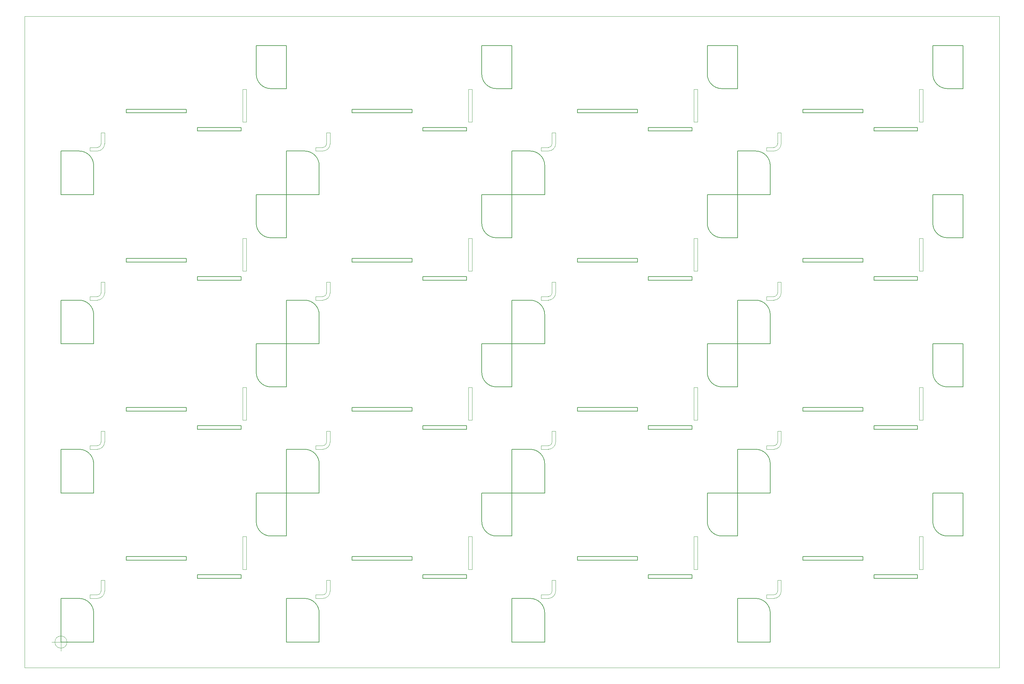
<source format=gbr>
G04 #@! TF.GenerationSoftware,KiCad,Pcbnew,(5.0.0)*
G04 #@! TF.CreationDate,2019-02-08T13:36:01+02:00*
G04 #@! TF.ProjectId,tp_x2_PnP,74705F78325F506E502E6B696361645F,3*
G04 #@! TF.SameCoordinates,Original*
G04 #@! TF.FileFunction,Profile,NP*
%FSLAX46Y46*%
G04 Gerber Fmt 4.6, Leading zero omitted, Abs format (unit mm)*
G04 Created by KiCad (PCBNEW (5.0.0)) date 02/08/19 13:36:01*
%MOMM*%
%LPD*%
G01*
G04 APERTURE LIST*
%ADD10C,0.100000*%
%ADD11C,0.200000*%
G04 APERTURE END LIST*
D10*
X131000000Y-191000000D02*
X130000000Y-191000000D01*
X131000000Y-182000000D02*
X131000000Y-191000000D01*
X130000000Y-191000000D02*
X130000000Y-182000000D01*
X130000000Y-182000000D02*
X131000000Y-182000000D01*
X192000000Y-191000000D02*
X192000000Y-182000000D01*
X193000000Y-191000000D02*
X192000000Y-191000000D01*
X193000000Y-182000000D02*
X193000000Y-191000000D01*
X192000000Y-182000000D02*
X193000000Y-182000000D01*
X254000000Y-191000000D02*
X254000000Y-182000000D01*
X255000000Y-191000000D02*
X254000000Y-191000000D01*
X255000000Y-182000000D02*
X255000000Y-191000000D01*
X254000000Y-182000000D02*
X255000000Y-182000000D01*
X316000000Y-191000000D02*
X316000000Y-182000000D01*
X316000000Y-182000000D02*
X317000000Y-182000000D01*
X317000000Y-191000000D02*
X316000000Y-191000000D01*
X317000000Y-182000000D02*
X317000000Y-191000000D01*
X316000000Y-150000000D02*
X316000000Y-141000000D01*
X317000000Y-141000000D02*
X317000000Y-150000000D01*
X317000000Y-150000000D02*
X316000000Y-150000000D01*
X316000000Y-141000000D02*
X317000000Y-141000000D01*
X255000000Y-150000000D02*
X254000000Y-150000000D01*
X254000000Y-141000000D02*
X255000000Y-141000000D01*
X255000000Y-141000000D02*
X255000000Y-150000000D01*
X254000000Y-150000000D02*
X254000000Y-141000000D01*
X193000000Y-150000000D02*
X192000000Y-150000000D01*
X192000000Y-141000000D02*
X193000000Y-141000000D01*
X193000000Y-141000000D02*
X193000000Y-150000000D01*
X192000000Y-150000000D02*
X192000000Y-141000000D01*
X130000000Y-141000000D02*
X131000000Y-141000000D01*
X131000000Y-150000000D02*
X130000000Y-150000000D01*
X131000000Y-141000000D02*
X131000000Y-150000000D01*
X130000000Y-150000000D02*
X130000000Y-141000000D01*
X130000000Y-100000000D02*
X131000000Y-100000000D01*
X131000000Y-100000000D02*
X131000000Y-109000000D01*
X130000000Y-109000000D02*
X130000000Y-100000000D01*
X131000000Y-109000000D02*
X130000000Y-109000000D01*
X193000000Y-100000000D02*
X193000000Y-109000000D01*
X192000000Y-100000000D02*
X193000000Y-100000000D01*
X192000000Y-109000000D02*
X192000000Y-100000000D01*
X193000000Y-109000000D02*
X192000000Y-109000000D01*
X255000000Y-109000000D02*
X254000000Y-109000000D01*
X254000000Y-100000000D02*
X255000000Y-100000000D01*
X254000000Y-109000000D02*
X254000000Y-100000000D01*
X255000000Y-100000000D02*
X255000000Y-109000000D01*
X316000000Y-100000000D02*
X317000000Y-100000000D01*
X317000000Y-109000000D02*
X316000000Y-109000000D01*
X317000000Y-100000000D02*
X317000000Y-109000000D01*
X316000000Y-109000000D02*
X316000000Y-100000000D01*
X317000000Y-59000000D02*
X317000000Y-68000000D01*
X316000000Y-59000000D02*
X317000000Y-59000000D01*
X317000000Y-68000000D02*
X316000000Y-68000000D01*
X316000000Y-68000000D02*
X316000000Y-59000000D01*
X254000000Y-68000000D02*
X254000000Y-59000000D01*
X254000000Y-59000000D02*
X255000000Y-59000000D01*
X255000000Y-59000000D02*
X255000000Y-68000000D01*
X255000000Y-68000000D02*
X254000000Y-68000000D01*
X192000000Y-68000000D02*
X192000000Y-59000000D01*
X193000000Y-68000000D02*
X192000000Y-68000000D01*
X193000000Y-59000000D02*
X193000000Y-68000000D01*
X192000000Y-59000000D02*
X193000000Y-59000000D01*
X130000000Y-68000000D02*
X130000000Y-59000000D01*
X131000000Y-68000000D02*
X130000000Y-68000000D01*
X131000000Y-59000000D02*
X131000000Y-68000000D01*
X130000000Y-59000000D02*
X131000000Y-59000000D01*
X274000000Y-199000000D02*
X276000000Y-199000000D01*
X277000000Y-197000000D02*
G75*
G02X276000000Y-198000000I-1000000J0D01*
G01*
X278000000Y-194000000D02*
X278000000Y-197000000D01*
X278000000Y-197000000D02*
G75*
G02X276000000Y-199000000I-2000000J0D01*
G01*
X277000000Y-194000000D02*
X278000000Y-194000000D01*
X276000000Y-198000000D02*
X274000000Y-198000000D01*
X274000000Y-198000000D02*
X274000000Y-199000000D01*
X277000000Y-197000000D02*
X277000000Y-194000000D01*
X215000000Y-197000000D02*
G75*
G02X214000000Y-198000000I-1000000J0D01*
G01*
X215000000Y-194000000D02*
X216000000Y-194000000D01*
X215000000Y-197000000D02*
X215000000Y-194000000D01*
X214000000Y-198000000D02*
X212000000Y-198000000D01*
X212000000Y-199000000D02*
X214000000Y-199000000D01*
X216000000Y-197000000D02*
G75*
G02X214000000Y-199000000I-2000000J0D01*
G01*
X216000000Y-194000000D02*
X216000000Y-197000000D01*
X212000000Y-198000000D02*
X212000000Y-199000000D01*
X153000000Y-197000000D02*
G75*
G02X152000000Y-198000000I-1000000J0D01*
G01*
X154000000Y-197000000D02*
G75*
G02X152000000Y-199000000I-2000000J0D01*
G01*
X153000000Y-194000000D02*
X154000000Y-194000000D01*
X152000000Y-198000000D02*
X150000000Y-198000000D01*
X153000000Y-197000000D02*
X153000000Y-194000000D01*
X150000000Y-199000000D02*
X152000000Y-199000000D01*
X150000000Y-198000000D02*
X150000000Y-199000000D01*
X154000000Y-194000000D02*
X154000000Y-197000000D01*
X91000000Y-194000000D02*
X92000000Y-194000000D01*
X88000000Y-198000000D02*
X88000000Y-199000000D01*
X88000000Y-199000000D02*
X90000000Y-199000000D01*
X91000000Y-197000000D02*
X91000000Y-194000000D01*
X92000000Y-197000000D02*
G75*
G02X90000000Y-199000000I-2000000J0D01*
G01*
X90000000Y-198000000D02*
X88000000Y-198000000D01*
X91000000Y-197000000D02*
G75*
G02X90000000Y-198000000I-1000000J0D01*
G01*
X92000000Y-194000000D02*
X92000000Y-197000000D01*
X91000000Y-156000000D02*
X91000000Y-153000000D01*
X90000000Y-157000000D02*
X88000000Y-157000000D01*
X88000000Y-157000000D02*
X88000000Y-158000000D01*
X91000000Y-156000000D02*
G75*
G02X90000000Y-157000000I-1000000J0D01*
G01*
X92000000Y-153000000D02*
X92000000Y-156000000D01*
X91000000Y-153000000D02*
X92000000Y-153000000D01*
X88000000Y-158000000D02*
X90000000Y-158000000D01*
X92000000Y-156000000D02*
G75*
G02X90000000Y-158000000I-2000000J0D01*
G01*
X153000000Y-153000000D02*
X154000000Y-153000000D01*
X153000000Y-156000000D02*
G75*
G02X152000000Y-157000000I-1000000J0D01*
G01*
X154000000Y-156000000D02*
G75*
G02X152000000Y-158000000I-2000000J0D01*
G01*
X153000000Y-156000000D02*
X153000000Y-153000000D01*
X152000000Y-157000000D02*
X150000000Y-157000000D01*
X154000000Y-153000000D02*
X154000000Y-156000000D01*
X150000000Y-157000000D02*
X150000000Y-158000000D01*
X150000000Y-158000000D02*
X152000000Y-158000000D01*
X216000000Y-156000000D02*
G75*
G02X214000000Y-158000000I-2000000J0D01*
G01*
X215000000Y-153000000D02*
X216000000Y-153000000D01*
X215000000Y-156000000D02*
G75*
G02X214000000Y-157000000I-1000000J0D01*
G01*
X212000000Y-157000000D02*
X212000000Y-158000000D01*
X214000000Y-157000000D02*
X212000000Y-157000000D01*
X215000000Y-156000000D02*
X215000000Y-153000000D01*
X216000000Y-153000000D02*
X216000000Y-156000000D01*
X212000000Y-158000000D02*
X214000000Y-158000000D01*
X277000000Y-153000000D02*
X278000000Y-153000000D01*
X277000000Y-156000000D02*
G75*
G02X276000000Y-157000000I-1000000J0D01*
G01*
X278000000Y-156000000D02*
G75*
G02X276000000Y-158000000I-2000000J0D01*
G01*
X274000000Y-157000000D02*
X274000000Y-158000000D01*
X276000000Y-157000000D02*
X274000000Y-157000000D01*
X277000000Y-156000000D02*
X277000000Y-153000000D01*
X278000000Y-153000000D02*
X278000000Y-156000000D01*
X274000000Y-158000000D02*
X276000000Y-158000000D01*
X277000000Y-112000000D02*
X278000000Y-112000000D01*
X277000000Y-115000000D02*
G75*
G02X276000000Y-116000000I-1000000J0D01*
G01*
X274000000Y-117000000D02*
X276000000Y-117000000D01*
X278000000Y-115000000D02*
G75*
G02X276000000Y-117000000I-2000000J0D01*
G01*
X274000000Y-116000000D02*
X274000000Y-117000000D01*
X276000000Y-116000000D02*
X274000000Y-116000000D01*
X277000000Y-115000000D02*
X277000000Y-112000000D01*
X278000000Y-112000000D02*
X278000000Y-115000000D01*
X216000000Y-112000000D02*
X216000000Y-115000000D01*
X215000000Y-112000000D02*
X216000000Y-112000000D01*
X212000000Y-117000000D02*
X214000000Y-117000000D01*
X215000000Y-115000000D02*
G75*
G02X214000000Y-116000000I-1000000J0D01*
G01*
X216000000Y-115000000D02*
G75*
G02X214000000Y-117000000I-2000000J0D01*
G01*
X212000000Y-116000000D02*
X212000000Y-117000000D01*
X214000000Y-116000000D02*
X212000000Y-116000000D01*
X215000000Y-115000000D02*
X215000000Y-112000000D01*
X152000000Y-116000000D02*
X150000000Y-116000000D01*
X153000000Y-115000000D02*
G75*
G02X152000000Y-116000000I-1000000J0D01*
G01*
X154000000Y-112000000D02*
X154000000Y-115000000D01*
X153000000Y-112000000D02*
X154000000Y-112000000D01*
X154000000Y-115000000D02*
G75*
G02X152000000Y-117000000I-2000000J0D01*
G01*
X153000000Y-115000000D02*
X153000000Y-112000000D01*
X150000000Y-117000000D02*
X152000000Y-117000000D01*
X150000000Y-116000000D02*
X150000000Y-117000000D01*
X92000000Y-112000000D02*
X92000000Y-115000000D01*
X92000000Y-115000000D02*
G75*
G02X90000000Y-117000000I-2000000J0D01*
G01*
X90000000Y-116000000D02*
X88000000Y-116000000D01*
X88000000Y-116000000D02*
X88000000Y-117000000D01*
X91000000Y-112000000D02*
X92000000Y-112000000D01*
X88000000Y-117000000D02*
X90000000Y-117000000D01*
X91000000Y-115000000D02*
G75*
G02X90000000Y-116000000I-1000000J0D01*
G01*
X91000000Y-115000000D02*
X91000000Y-112000000D01*
X277000000Y-71000000D02*
X278000000Y-71000000D01*
X278000000Y-74000000D02*
G75*
G02X276000000Y-76000000I-2000000J0D01*
G01*
X276000000Y-75000000D02*
X274000000Y-75000000D01*
X278000000Y-71000000D02*
X278000000Y-74000000D01*
X274000000Y-75000000D02*
X274000000Y-76000000D01*
X277000000Y-74000000D02*
X277000000Y-71000000D01*
X277000000Y-74000000D02*
G75*
G02X276000000Y-75000000I-1000000J0D01*
G01*
X274000000Y-76000000D02*
X276000000Y-76000000D01*
X215000000Y-71000000D02*
X216000000Y-71000000D01*
X216000000Y-74000000D02*
G75*
G02X214000000Y-76000000I-2000000J0D01*
G01*
X216000000Y-71000000D02*
X216000000Y-74000000D01*
X215000000Y-74000000D02*
G75*
G02X214000000Y-75000000I-1000000J0D01*
G01*
X214000000Y-75000000D02*
X212000000Y-75000000D01*
X212000000Y-76000000D02*
X214000000Y-76000000D01*
X212000000Y-75000000D02*
X212000000Y-76000000D01*
X215000000Y-74000000D02*
X215000000Y-71000000D01*
X150000000Y-76000000D02*
X152000000Y-76000000D01*
X153000000Y-74000000D02*
G75*
G02X152000000Y-75000000I-1000000J0D01*
G01*
X150000000Y-75000000D02*
X150000000Y-76000000D01*
X153000000Y-74000000D02*
X153000000Y-71000000D01*
X152000000Y-75000000D02*
X150000000Y-75000000D01*
X153000000Y-71000000D02*
X154000000Y-71000000D01*
X154000000Y-74000000D02*
G75*
G02X152000000Y-76000000I-2000000J0D01*
G01*
X154000000Y-71000000D02*
X154000000Y-74000000D01*
X88000000Y-76000000D02*
X90000000Y-76000000D01*
X88000000Y-75000000D02*
X88000000Y-76000000D01*
X90000000Y-75000000D02*
X88000000Y-75000000D01*
X92000000Y-71000000D02*
X92000000Y-74000000D01*
X91000000Y-71000000D02*
X92000000Y-71000000D01*
X91000000Y-74000000D02*
X91000000Y-71000000D01*
X91000000Y-74000000D02*
G75*
G02X90000000Y-75000000I-1000000J0D01*
G01*
X92000000Y-74000000D02*
G75*
G02X90000000Y-76000000I-2000000J0D01*
G01*
X81666666Y-211000000D02*
G75*
G03X81666666Y-211000000I-1666666J0D01*
G01*
X77500000Y-211000000D02*
X82500000Y-211000000D01*
X80000000Y-208500000D02*
X80000000Y-213500000D01*
X70000000Y-218000000D02*
X70000000Y-39000000D01*
X338000000Y-218000000D02*
X70000000Y-218000000D01*
X338000000Y-39000000D02*
X338000000Y-218000000D01*
X70000000Y-39000000D02*
X338000000Y-39000000D01*
D11*
X241500000Y-152500000D02*
X241500000Y-151500000D01*
X328000000Y-170000000D02*
X319690000Y-170000000D01*
X261690000Y-140840000D02*
X266000000Y-140840000D01*
X266000000Y-140840000D02*
X266000000Y-129000000D01*
X238500000Y-187500000D02*
X238500000Y-188500000D01*
X204000000Y-170000000D02*
X204000000Y-158000000D01*
X328000000Y-129000000D02*
X319690000Y-129000000D01*
X323690000Y-140840000D02*
X328000000Y-140840000D01*
X328000000Y-181840000D02*
X328000000Y-170000000D01*
X257690000Y-177840000D02*
X257690000Y-170000000D01*
X222000000Y-146500000D02*
X238500000Y-146500000D01*
X323690000Y-140840000D02*
G75*
G02X319690000Y-136840000I0J4000000D01*
G01*
X261690000Y-140840000D02*
G75*
G02X257690000Y-136840000I0J4000000D01*
G01*
X241500000Y-193500000D02*
X241500000Y-192500000D01*
X204000000Y-170000000D02*
X213000000Y-170000000D01*
X213000000Y-203000000D02*
X213000000Y-211000000D01*
X222000000Y-188500000D02*
X222000000Y-187500000D01*
X266000000Y-129000000D02*
X257690000Y-129000000D01*
X238500000Y-147500000D02*
X222000000Y-147500000D01*
X266000000Y-158000000D02*
X266000000Y-170000000D01*
X257690000Y-136840000D02*
X257690000Y-129000000D01*
X323690000Y-181840000D02*
X328000000Y-181840000D01*
X319690000Y-136840000D02*
X319690000Y-129000000D01*
X323690000Y-181840000D02*
G75*
G02X319690000Y-177840000I0J4000000D01*
G01*
X204000000Y-211000000D02*
X204000000Y-199000000D01*
X209000000Y-158000000D02*
G75*
G02X213000000Y-162000000I0J-4000000D01*
G01*
X213000000Y-211000000D02*
X204000000Y-211000000D01*
X204000000Y-199000000D02*
X209000000Y-199000000D01*
X253500000Y-151500000D02*
X253500000Y-152500000D01*
X209000000Y-199000000D02*
G75*
G02X213000000Y-203000000I0J-4000000D01*
G01*
X261690000Y-181840000D02*
G75*
G02X257690000Y-177840000I0J4000000D01*
G01*
X241500000Y-151500000D02*
X253500000Y-151500000D01*
X319690000Y-177840000D02*
X319690000Y-170000000D01*
X261690000Y-181840000D02*
X266000000Y-181840000D01*
X253500000Y-192500000D02*
X253500000Y-193500000D01*
X266000000Y-170000000D02*
X257690000Y-170000000D01*
X238500000Y-146500000D02*
X238500000Y-147500000D01*
X328000000Y-140840000D02*
X328000000Y-129000000D01*
X266000000Y-199000000D02*
X266000000Y-211000000D01*
X253500000Y-193500000D02*
X241500000Y-193500000D01*
X238500000Y-188500000D02*
X222000000Y-188500000D01*
X213000000Y-162000000D02*
X213000000Y-170000000D01*
X222000000Y-187500000D02*
X238500000Y-187500000D01*
X204000000Y-158000000D02*
X209000000Y-158000000D01*
X241500000Y-192500000D02*
X253500000Y-192500000D01*
X253500000Y-152500000D02*
X241500000Y-152500000D01*
X222000000Y-147500000D02*
X222000000Y-146500000D01*
X271000000Y-158000000D02*
G75*
G02X275000000Y-162000000I0J-4000000D01*
G01*
X266000000Y-181840000D02*
X266000000Y-170000000D01*
X300500000Y-188500000D02*
X284000000Y-188500000D01*
X266000000Y-170000000D02*
X275000000Y-170000000D01*
X284000000Y-187500000D02*
X300500000Y-187500000D01*
X303500000Y-192500000D02*
X315500000Y-192500000D01*
X266000000Y-158000000D02*
X271000000Y-158000000D01*
X271000000Y-199000000D02*
G75*
G02X275000000Y-203000000I0J-4000000D01*
G01*
X300500000Y-187500000D02*
X300500000Y-188500000D01*
X275000000Y-203000000D02*
X275000000Y-211000000D01*
X300500000Y-146500000D02*
X300500000Y-147500000D01*
X303500000Y-193500000D02*
X303500000Y-192500000D01*
X303500000Y-151500000D02*
X315500000Y-151500000D01*
X284000000Y-188500000D02*
X284000000Y-187500000D01*
X303500000Y-152500000D02*
X303500000Y-151500000D01*
X275000000Y-211000000D02*
X266000000Y-211000000D01*
X275000000Y-162000000D02*
X275000000Y-170000000D01*
X315500000Y-151500000D02*
X315500000Y-152500000D01*
X266000000Y-199000000D02*
X271000000Y-199000000D01*
X315500000Y-192500000D02*
X315500000Y-193500000D01*
X315500000Y-193500000D02*
X303500000Y-193500000D01*
X315500000Y-152500000D02*
X303500000Y-152500000D01*
X199690000Y-140840000D02*
G75*
G02X195690000Y-136840000I0J4000000D01*
G01*
X284000000Y-146500000D02*
X300500000Y-146500000D01*
X137690000Y-140840000D02*
G75*
G02X133690000Y-136840000I0J4000000D01*
G01*
X142000000Y-129000000D02*
X133690000Y-129000000D01*
X133690000Y-136840000D02*
X133690000Y-129000000D01*
X137690000Y-140840000D02*
X142000000Y-140840000D01*
X142000000Y-140840000D02*
X142000000Y-129000000D01*
X199690000Y-181840000D02*
X204000000Y-181840000D01*
X300500000Y-147500000D02*
X284000000Y-147500000D01*
X284000000Y-147500000D02*
X284000000Y-146500000D01*
X195690000Y-136840000D02*
X195690000Y-129000000D01*
X204000000Y-181840000D02*
X204000000Y-170000000D01*
X199690000Y-181840000D02*
G75*
G02X195690000Y-177840000I0J4000000D01*
G01*
X204000000Y-170000000D02*
X195690000Y-170000000D01*
X199690000Y-140840000D02*
X204000000Y-140840000D01*
X204000000Y-129000000D02*
X195690000Y-129000000D01*
X195690000Y-177840000D02*
X195690000Y-170000000D01*
X204000000Y-140840000D02*
X204000000Y-129000000D01*
X80000000Y-211000000D02*
X80000000Y-199000000D01*
X114500000Y-187500000D02*
X114500000Y-188500000D01*
X85000000Y-158000000D02*
G75*
G02X89000000Y-162000000I0J-4000000D01*
G01*
X129500000Y-151500000D02*
X129500000Y-152500000D01*
X137690000Y-181840000D02*
X142000000Y-181840000D01*
X89000000Y-211000000D02*
X80000000Y-211000000D01*
X117500000Y-152500000D02*
X117500000Y-151500000D01*
X142000000Y-199000000D02*
X142000000Y-211000000D01*
X117500000Y-193500000D02*
X117500000Y-192500000D01*
X129500000Y-193500000D02*
X117500000Y-193500000D01*
X114500000Y-188500000D02*
X98000000Y-188500000D01*
X89000000Y-162000000D02*
X89000000Y-170000000D01*
X89000000Y-203000000D02*
X89000000Y-211000000D01*
X85000000Y-199000000D02*
G75*
G02X89000000Y-203000000I0J-4000000D01*
G01*
X80000000Y-199000000D02*
X85000000Y-199000000D01*
X129500000Y-192500000D02*
X129500000Y-193500000D01*
X80000000Y-170000000D02*
X89000000Y-170000000D01*
X142000000Y-170000000D02*
X133690000Y-170000000D01*
X114500000Y-146500000D02*
X114500000Y-147500000D01*
X98000000Y-188500000D02*
X98000000Y-187500000D01*
X137690000Y-181840000D02*
G75*
G02X133690000Y-177840000I0J4000000D01*
G01*
X80000000Y-170000000D02*
X80000000Y-158000000D01*
X133690000Y-177840000D02*
X133690000Y-170000000D01*
X98000000Y-146500000D02*
X114500000Y-146500000D01*
X117500000Y-151500000D02*
X129500000Y-151500000D01*
X114500000Y-147500000D02*
X98000000Y-147500000D01*
X142000000Y-158000000D02*
X142000000Y-170000000D01*
X98000000Y-187500000D02*
X114500000Y-187500000D01*
X80000000Y-158000000D02*
X85000000Y-158000000D01*
X117500000Y-192500000D02*
X129500000Y-192500000D01*
X129500000Y-152500000D02*
X117500000Y-152500000D01*
X98000000Y-147500000D02*
X98000000Y-146500000D01*
X151000000Y-203000000D02*
X151000000Y-211000000D01*
X151000000Y-162000000D02*
X151000000Y-170000000D01*
X151000000Y-211000000D02*
X142000000Y-211000000D01*
X191500000Y-193500000D02*
X179500000Y-193500000D01*
X147000000Y-158000000D02*
G75*
G02X151000000Y-162000000I0J-4000000D01*
G01*
X142000000Y-181840000D02*
X142000000Y-170000000D01*
X176500000Y-187500000D02*
X176500000Y-188500000D01*
X176500000Y-188500000D02*
X160000000Y-188500000D01*
X191500000Y-151500000D02*
X191500000Y-152500000D01*
X179500000Y-152500000D02*
X179500000Y-151500000D01*
X179500000Y-193500000D02*
X179500000Y-192500000D01*
X147000000Y-199000000D02*
G75*
G02X151000000Y-203000000I0J-4000000D01*
G01*
X142000000Y-199000000D02*
X147000000Y-199000000D01*
X191500000Y-192500000D02*
X191500000Y-193500000D01*
X142000000Y-170000000D02*
X151000000Y-170000000D01*
X176500000Y-146500000D02*
X176500000Y-147500000D01*
X160000000Y-188500000D02*
X160000000Y-187500000D01*
X179500000Y-151500000D02*
X191500000Y-151500000D01*
X160000000Y-187500000D02*
X176500000Y-187500000D01*
X142000000Y-158000000D02*
X147000000Y-158000000D01*
X179500000Y-192500000D02*
X191500000Y-192500000D01*
X191500000Y-152500000D02*
X179500000Y-152500000D01*
X160000000Y-146500000D02*
X176500000Y-146500000D01*
X176500000Y-147500000D02*
X160000000Y-147500000D01*
X160000000Y-147500000D02*
X160000000Y-146500000D01*
X323690000Y-58840000D02*
G75*
G02X319690000Y-54840000I0J4000000D01*
G01*
X261690000Y-58840000D02*
G75*
G02X257690000Y-54840000I0J4000000D01*
G01*
X266000000Y-47000000D02*
X257690000Y-47000000D01*
X257690000Y-54840000D02*
X257690000Y-47000000D01*
X261690000Y-58840000D02*
X266000000Y-58840000D01*
X266000000Y-58840000D02*
X266000000Y-47000000D01*
X323690000Y-99840000D02*
X328000000Y-99840000D01*
X319690000Y-54840000D02*
X319690000Y-47000000D01*
X328000000Y-99840000D02*
X328000000Y-88000000D01*
X323690000Y-99840000D02*
G75*
G02X319690000Y-95840000I0J4000000D01*
G01*
X328000000Y-88000000D02*
X319690000Y-88000000D01*
X323690000Y-58840000D02*
X328000000Y-58840000D01*
X328000000Y-47000000D02*
X319690000Y-47000000D01*
X319690000Y-95840000D02*
X319690000Y-88000000D01*
X328000000Y-58840000D02*
X328000000Y-47000000D01*
X204000000Y-129000000D02*
X204000000Y-117000000D01*
X238500000Y-105500000D02*
X238500000Y-106500000D01*
X209000000Y-76000000D02*
G75*
G02X213000000Y-80000000I0J-4000000D01*
G01*
X253500000Y-69500000D02*
X253500000Y-70500000D01*
X261690000Y-99840000D02*
X266000000Y-99840000D01*
X213000000Y-129000000D02*
X204000000Y-129000000D01*
X241500000Y-70500000D02*
X241500000Y-69500000D01*
X266000000Y-117000000D02*
X266000000Y-129000000D01*
X241500000Y-111500000D02*
X241500000Y-110500000D01*
X253500000Y-111500000D02*
X241500000Y-111500000D01*
X238500000Y-106500000D02*
X222000000Y-106500000D01*
X213000000Y-80000000D02*
X213000000Y-88000000D01*
X213000000Y-121000000D02*
X213000000Y-129000000D01*
X209000000Y-117000000D02*
G75*
G02X213000000Y-121000000I0J-4000000D01*
G01*
X204000000Y-117000000D02*
X209000000Y-117000000D01*
X253500000Y-110500000D02*
X253500000Y-111500000D01*
X204000000Y-88000000D02*
X213000000Y-88000000D01*
X266000000Y-88000000D02*
X257690000Y-88000000D01*
X238500000Y-64500000D02*
X238500000Y-65500000D01*
X222000000Y-106500000D02*
X222000000Y-105500000D01*
X261690000Y-99840000D02*
G75*
G02X257690000Y-95840000I0J4000000D01*
G01*
X204000000Y-88000000D02*
X204000000Y-76000000D01*
X257690000Y-95840000D02*
X257690000Y-88000000D01*
X222000000Y-64500000D02*
X238500000Y-64500000D01*
X241500000Y-69500000D02*
X253500000Y-69500000D01*
X238500000Y-65500000D02*
X222000000Y-65500000D01*
X266000000Y-76000000D02*
X266000000Y-88000000D01*
X222000000Y-105500000D02*
X238500000Y-105500000D01*
X204000000Y-76000000D02*
X209000000Y-76000000D01*
X241500000Y-110500000D02*
X253500000Y-110500000D01*
X253500000Y-70500000D02*
X241500000Y-70500000D01*
X222000000Y-65500000D02*
X222000000Y-64500000D01*
X275000000Y-121000000D02*
X275000000Y-129000000D01*
X275000000Y-80000000D02*
X275000000Y-88000000D01*
X275000000Y-129000000D02*
X266000000Y-129000000D01*
X315500000Y-111500000D02*
X303500000Y-111500000D01*
X271000000Y-76000000D02*
G75*
G02X275000000Y-80000000I0J-4000000D01*
G01*
X266000000Y-99840000D02*
X266000000Y-88000000D01*
X300500000Y-105500000D02*
X300500000Y-106500000D01*
X300500000Y-106500000D02*
X284000000Y-106500000D01*
X315500000Y-69500000D02*
X315500000Y-70500000D01*
X303500000Y-70500000D02*
X303500000Y-69500000D01*
X303500000Y-111500000D02*
X303500000Y-110500000D01*
X271000000Y-117000000D02*
G75*
G02X275000000Y-121000000I0J-4000000D01*
G01*
X266000000Y-117000000D02*
X271000000Y-117000000D01*
X315500000Y-110500000D02*
X315500000Y-111500000D01*
X266000000Y-88000000D02*
X275000000Y-88000000D01*
X300500000Y-64500000D02*
X300500000Y-65500000D01*
X284000000Y-106500000D02*
X284000000Y-105500000D01*
X303500000Y-69500000D02*
X315500000Y-69500000D01*
X284000000Y-105500000D02*
X300500000Y-105500000D01*
X266000000Y-76000000D02*
X271000000Y-76000000D01*
X303500000Y-110500000D02*
X315500000Y-110500000D01*
X315500000Y-70500000D02*
X303500000Y-70500000D01*
X284000000Y-64500000D02*
X300500000Y-64500000D01*
X300500000Y-65500000D02*
X284000000Y-65500000D01*
X284000000Y-65500000D02*
X284000000Y-64500000D01*
X137690000Y-58840000D02*
G75*
G02X133690000Y-54840000I0J4000000D01*
G01*
X133690000Y-54840000D02*
X133690000Y-47000000D01*
X137690000Y-58840000D02*
X142000000Y-58840000D01*
X142000000Y-47000000D02*
X133690000Y-47000000D01*
X142000000Y-58840000D02*
X142000000Y-47000000D01*
X199690000Y-58840000D02*
X204000000Y-58840000D01*
X204000000Y-58840000D02*
X204000000Y-47000000D01*
X199690000Y-58840000D02*
G75*
G02X195690000Y-54840000I0J4000000D01*
G01*
X204000000Y-47000000D02*
X195690000Y-47000000D01*
X195690000Y-54840000D02*
X195690000Y-47000000D01*
X199690000Y-99840000D02*
X204000000Y-99840000D01*
X204000000Y-88000000D02*
X195690000Y-88000000D01*
X199690000Y-99840000D02*
G75*
G02X195690000Y-95840000I0J4000000D01*
G01*
X195690000Y-95840000D02*
X195690000Y-88000000D01*
X204000000Y-99840000D02*
X204000000Y-88000000D01*
X142000000Y-99840000D02*
X142000000Y-88000000D01*
X176500000Y-105500000D02*
X176500000Y-106500000D01*
X147000000Y-76000000D02*
G75*
G02X151000000Y-80000000I0J-4000000D01*
G01*
X191500000Y-69500000D02*
X191500000Y-70500000D01*
X151000000Y-129000000D02*
X142000000Y-129000000D01*
X179500000Y-70500000D02*
X179500000Y-69500000D01*
X179500000Y-111500000D02*
X179500000Y-110500000D01*
X191500000Y-111500000D02*
X179500000Y-111500000D01*
X176500000Y-106500000D02*
X160000000Y-106500000D01*
X151000000Y-80000000D02*
X151000000Y-88000000D01*
X151000000Y-121000000D02*
X151000000Y-129000000D01*
X147000000Y-117000000D02*
G75*
G02X151000000Y-121000000I0J-4000000D01*
G01*
X142000000Y-117000000D02*
X147000000Y-117000000D01*
X191500000Y-110500000D02*
X191500000Y-111500000D01*
X142000000Y-88000000D02*
X151000000Y-88000000D01*
X176500000Y-64500000D02*
X176500000Y-65500000D01*
X160000000Y-106500000D02*
X160000000Y-105500000D01*
X160000000Y-64500000D02*
X176500000Y-64500000D01*
X179500000Y-69500000D02*
X191500000Y-69500000D01*
X176500000Y-65500000D02*
X160000000Y-65500000D01*
X160000000Y-105500000D02*
X176500000Y-105500000D01*
X142000000Y-76000000D02*
X147000000Y-76000000D01*
X179500000Y-110500000D02*
X191500000Y-110500000D01*
X191500000Y-70500000D02*
X179500000Y-70500000D01*
X160000000Y-65500000D02*
X160000000Y-64500000D01*
X142000000Y-117000000D02*
X142000000Y-129000000D01*
X137690000Y-99840000D02*
G75*
G02X133690000Y-95840000I0J4000000D01*
G01*
X137690000Y-99840000D02*
X142000000Y-99840000D01*
X85000000Y-117000000D02*
G75*
G02X89000000Y-121000000I0J-4000000D01*
G01*
X133690000Y-95840000D02*
X133690000Y-88000000D01*
X80000000Y-88000000D02*
X89000000Y-88000000D01*
X89000000Y-121000000D02*
X89000000Y-129000000D01*
X89000000Y-129000000D02*
X80000000Y-129000000D01*
X80000000Y-117000000D02*
X85000000Y-117000000D01*
X80000000Y-129000000D02*
X80000000Y-117000000D01*
X98000000Y-106500000D02*
X98000000Y-105500000D01*
X117500000Y-110500000D02*
X129500000Y-110500000D01*
X117500000Y-111500000D02*
X117500000Y-110500000D01*
X129500000Y-110500000D02*
X129500000Y-111500000D01*
X114500000Y-106500000D02*
X98000000Y-106500000D01*
X114500000Y-105500000D02*
X114500000Y-106500000D01*
X98000000Y-105500000D02*
X114500000Y-105500000D01*
X129500000Y-111500000D02*
X117500000Y-111500000D01*
X117500000Y-70500000D02*
X117500000Y-69500000D01*
X129500000Y-70500000D02*
X117500000Y-70500000D01*
X129500000Y-69500000D02*
X129500000Y-70500000D01*
X117500000Y-69500000D02*
X129500000Y-69500000D01*
X98000000Y-65500000D02*
X98000000Y-64500000D01*
X114500000Y-65500000D02*
X98000000Y-65500000D01*
X114500000Y-64500000D02*
X114500000Y-65500000D01*
X98000000Y-64500000D02*
X114500000Y-64500000D01*
X89000000Y-80000000D02*
X89000000Y-88000000D01*
X80000000Y-76000000D02*
X85000000Y-76000000D01*
X85000000Y-76000000D02*
G75*
G02X89000000Y-80000000I0J-4000000D01*
G01*
X142000000Y-88000000D02*
X133690000Y-88000000D01*
X142000000Y-76000000D02*
X142000000Y-88000000D01*
X80000000Y-88000000D02*
X80000000Y-76000000D01*
M02*

</source>
